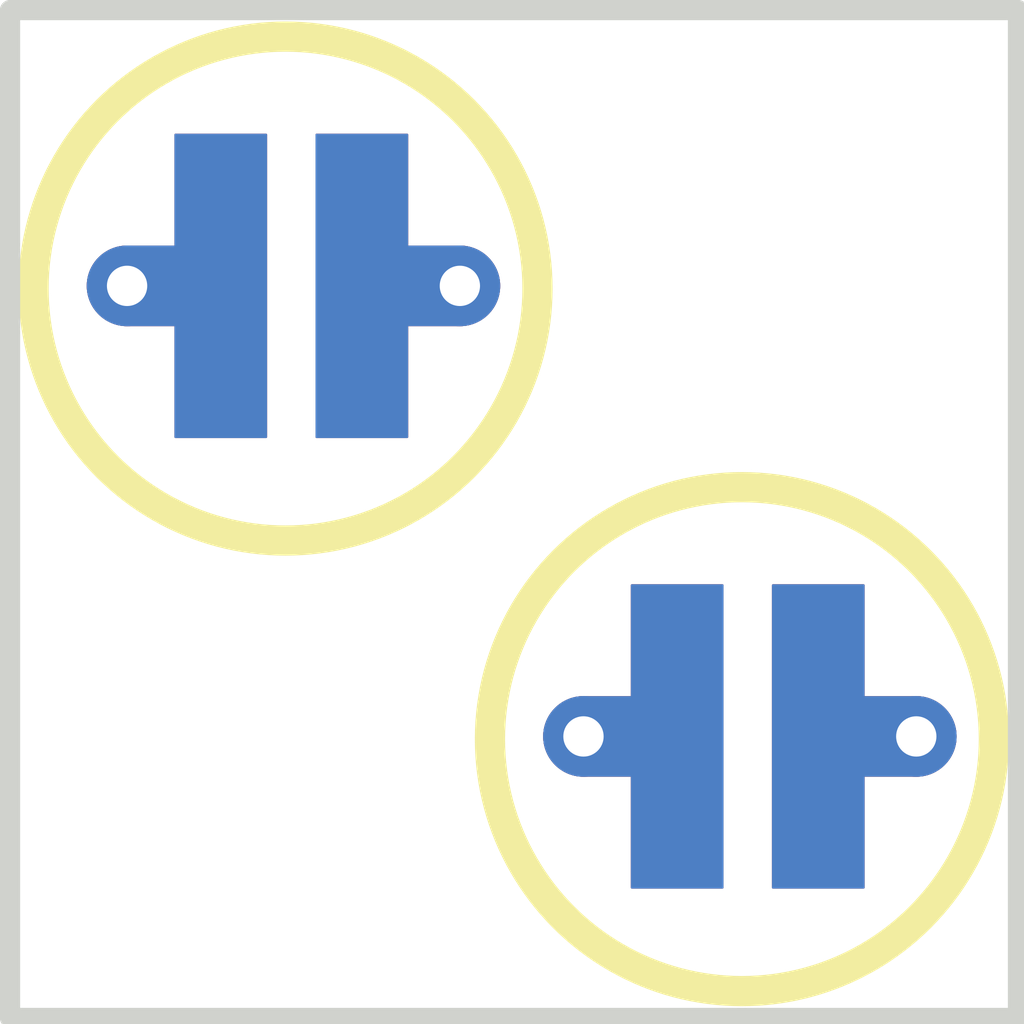
<source format=kicad_pcb>
(kicad_pcb (version 20211014) (generator pcbnew)

  (general
    (thickness 1)
  )

  (paper "A4")
  (layers
    (0 "F.Cu" signal)
    (31 "B.Cu" signal)
    (32 "B.Adhes" user "B.Adhesive")
    (33 "F.Adhes" user "F.Adhesive")
    (34 "B.Paste" user)
    (35 "F.Paste" user)
    (36 "B.SilkS" user "B.Silkscreen")
    (37 "F.SilkS" user "F.Silkscreen")
    (38 "B.Mask" user)
    (39 "F.Mask" user)
    (40 "Dwgs.User" user "User.Drawings")
    (41 "Cmts.User" user "User.Comments")
    (42 "Eco1.User" user "User.Eco1")
    (43 "Eco2.User" user "User.Eco2")
    (44 "Edge.Cuts" user)
    (45 "Margin" user)
    (46 "B.CrtYd" user "B.Courtyard")
    (47 "F.CrtYd" user "F.Courtyard")
    (48 "B.Fab" user)
    (49 "F.Fab" user)
    (50 "User.1" user)
    (51 "User.2" user)
    (52 "User.3" user)
    (53 "User.4" user)
    (54 "User.5" user)
    (55 "User.6" user)
    (56 "User.7" user)
    (57 "User.8" user)
    (58 "User.9" user)
  )

  (setup
    (stackup
      (layer "F.SilkS" (type "Top Silk Screen"))
      (layer "F.Paste" (type "Top Solder Paste"))
      (layer "F.Mask" (type "Top Solder Mask") (thickness 0.01))
      (layer "F.Cu" (type "copper") (thickness 0.035))
      (layer "dielectric 1" (type "core") (thickness 0.91) (material "FR4") (epsilon_r 4.5) (loss_tangent 0.02))
      (layer "B.Cu" (type "copper") (thickness 0.035))
      (layer "B.Mask" (type "Bottom Solder Mask") (thickness 0.01))
      (layer "B.Paste" (type "Bottom Solder Paste"))
      (layer "B.SilkS" (type "Bottom Silk Screen"))
      (copper_finish "None")
      (dielectric_constraints no)
    )
    (pad_to_mask_clearance 0)
    (pcbplotparams
      (layerselection 0x00010fc_ffffffff)
      (disableapertmacros false)
      (usegerberextensions false)
      (usegerberattributes true)
      (usegerberadvancedattributes true)
      (creategerberjobfile true)
      (svguseinch false)
      (svgprecision 6)
      (excludeedgelayer true)
      (plotframeref false)
      (viasonmask false)
      (mode 1)
      (useauxorigin false)
      (hpglpennumber 1)
      (hpglpenspeed 20)
      (hpglpendiameter 15.000000)
      (dxfpolygonmode true)
      (dxfimperialunits true)
      (dxfusepcbnewfont true)
      (psnegative false)
      (psa4output false)
      (plotreference true)
      (plotvalue true)
      (plotinvisibletext false)
      (sketchpadsonfab false)
      (subtractmaskfromsilk false)
      (outputformat 1)
      (mirror false)
      (drillshape 1)
      (scaleselection 1)
      (outputdirectory "")
    )
  )

  (net 0 "")

  (gr_line (start 112.8446 83.6034) (end 113.2764 83.6034) (layer "F.Cu") (width 0.4) (tstamp 06d328e3-4a34-4130-8712-8af0da2e844a))
  (gr_line (start 112.2314 81.3682) (end 111.7488 81.3682) (layer "F.Cu") (width 0.4) (tstamp 13cddfc4-84c9-45f9-a919-6c85f5f1b40d))
  (gr_rect (start 113.0844 82.8534) (end 113.5344 84.3534) (layer "F.Cu") (width 0.01) (fill solid) (tstamp 3ad02df4-66da-4b06-9a31-9c784b393e27))
  (gr_rect (start 113.7844 82.8534) (end 114.2344 84.3534) (layer "F.Cu") (width 0.01) (fill solid) (tstamp 7041920c-99a4-4d0d-938c-091dd09c7c68))
  (gr_rect (start 111.5202 80.6182) (end 111.9702 82.1182) (layer "F.Cu") (width 0.01) (fill solid) (tstamp 77a2b2d1-2483-4c81-b108-6030d548a09e))
  (gr_line (start 114.4956 83.6034) (end 114.013 83.6034) (layer "F.Cu") (width 0.4) (tstamp 7e0fd9de-2edc-400a-9a07-c4a980f879d0))
  (gr_line (start 110.5804 81.3682) (end 111.0122 81.3682) (layer "F.Cu") (width 0.4) (tstamp 86e6da59-9175-498a-b4cd-e3195bf92463))
  (gr_rect (start 110.8202 80.6182) (end 111.2702 82.1182) (layer "F.Cu") (width 0.01) (fill solid) (tstamp e0830067-5b66-4ce1-b2d1-aaa8af20baf7))
  (gr_rect (start 113.0844 82.8534) (end 113.5344 84.3534) (layer "B.Cu") (width 0.01) (fill solid) (tstamp 11c058d0-81de-4708-b04e-cae4b395b4f8))
  (gr_line (start 114.4956 83.6034) (end 114.013 83.6034) (layer "B.Cu") (width 0.4) (tstamp 295fff50-0fc8-4132-a1d3-d4b1c031ae59))
  (gr_line (start 112.2314 81.3682) (end 111.7488 81.3682) (layer "B.Cu") (width 0.4) (tstamp 827067f8-941d-41b2-a241-7467adb8ddca))
  (gr_line (start 114.013 83.6034) (end 114.0638 83.5526) (layer "B.Cu") (width 0.2) (tstamp a3ad2d6f-6e3a-4d23-9573-98875170d918))
  (gr_line (start 111.7488 81.3682) (end 111.7996 81.3174) (layer "B.Cu") (width 0.2) (tstamp b6a23e91-69f5-44fe-a673-f9196ceb2100))
  (gr_rect (start 113.7844 82.8534) (end 114.2344 84.3534) (layer "B.Cu") (width 0.01) (fill solid) (tstamp c5dbc2f4-347d-4e8b-9dc5-05ae6c8ee4e9))
  (gr_line (start 110.5804 81.3682) (end 111.0122 81.3682) (layer "B.Cu") (width 0.4) (tstamp ced7ff5d-8af6-4196-a922-4309a6254898))
  (gr_line (start 112.8446 83.6034) (end 113.2764 83.6034) (layer "B.Cu") (width 0.4) (tstamp db892c41-569d-42e1-a645-c40565889acf))
  (gr_rect (start 111.5202 80.6182) (end 111.9702 82.1182) (layer "B.Cu") (width 0.01) (fill solid) (tstamp e682de9f-cfe4-4eb4-bf46-5f9ba649d8da))
  (gr_rect (start 110.8202 80.6182) (end 111.2702 82.1182) (layer "B.Cu") (width 0.01) (fill solid) (tstamp f4d361d4-830c-4f52-84de-4efdea02d66c))
  (gr_circle (center 113.6306 83.6168) (end 114.8806 83.6168) (layer "F.SilkS") (width 0.15) (fill none) (tstamp cd9d993d-2a16-4669-93e7-6a83c8c0352b))
  (gr_circle (center 111.3664 81.3816) (end 112.6164 81.3816) (layer "F.SilkS") (width 0.15) (fill none) (tstamp ee6d8ae1-bbaa-45e2-9e12-8fd479184d18))
  (gr_rect (start 110.8202 80.6182) (end 111.2702 82.1182) (layer "B.Mask") (width 0.01) (fill solid) (tstamp 110e0661-9a24-4e5c-a8df-427c10f2d91e))
  (gr_rect (start 111.5202 80.6182) (end 111.9702 82.1182) (layer "B.Mask") (width 0.01) (fill solid) (tstamp 43fce39d-e397-4218-a870-6e68ca7850bb))
  (gr_rect (start 113.7844 82.8534) (end 114.2344 84.3534) (layer "B.Mask") (width 0.01) (fill solid) (tstamp a931fcdf-2d31-4fd3-93d1-ea11fe306667))
  (gr_rect (start 113.0844 82.8534) (end 113.5344 84.3534) (layer "B.Mask") (width 0.01) (fill solid) (tstamp b7a6aac4-54c9-44bf-8d2e-e476f9ac263a))
  (gr_rect (start 110.8202 80.6182) (end 111.2702 82.1182) (layer "F.Mask") (width 0.01) (fill solid) (tstamp 2a6753e8-f9e7-4c11-a472-dc9c7e1759c8))
  (gr_rect (start 113.0844 82.8534) (end 113.5344 84.3534) (layer "F.Mask") (width 0.01) (fill solid) (tstamp 40993f3c-da9b-45f4-b1f8-20ec2278d327))
  (gr_rect (start 113.7844 82.8534) (end 114.2344 84.3534) (layer "F.Mask") (width 0.01) (fill solid) (tstamp 792cda36-8703-46ff-a2a0-e7ca69a5c860))
  (gr_rect (start 111.5202 80.6182) (end 111.9702 82.1182) (layer "F.Mask") (width 0.01) (fill solid) (tstamp ccbccc68-d102-4809-a3c8-c848af50e594))
  (gr_line (start 110 85) (end 115 85) (layer "Edge.Cuts") (width 0.1) (tstamp 34d03349-6d78-4165-a683-2d8b76f2bae8))
  (gr_line (start 115 85) (end 115 80) (layer "Edge.Cuts") (width 0.1) (tstamp 477892a1-722e-4cda-bb6c-fcdb8ba5f93e))
  (gr_line (start 115 80) (end 110 80) (layer "Edge.Cuts") (width 0.1) (tstamp b4833916-7a3e-4498-86fb-ec6d13262ffe))
  (gr_line (start 110 80) (end 110 85) (layer "Edge.Cuts") (width 0.1) (tstamp b7867831-ef82-4f33-a926-59e5c1c09b91))

  (via (at 112.2314 81.3682) (size 0.4) (drill 0.2) (layers "F.Cu" "B.Cu") (free) (net 0) (tstamp 0a7f5257-05d0-4aab-af0f-632e0d5e1e73))
  (via (at 112.8446 83.6034) (size 0.4) (drill 0.2) (layers "F.Cu" "B.Cu") (free) (net 0) (tstamp 2fe464e5-5d4c-468e-82fe-825f301c8608))
  (via (at 114.4956 83.6034) (size 0.4) (drill 0.2) (layers "F.Cu" "B.Cu") (free) (net 0) (tstamp 73f198b4-71bd-4937-a5cf-2bc210b80a61))
  (via (at 110.5804 81.3682) (size 0.4) (drill 0.2) (layers "F.Cu" "B.Cu") (free) (net 0) (tstamp 9016872b-f4eb-46f2-af63-dddde3fdf79b))

  (group "" (id 63fd5f63-6564-457a-b14b-00b8861065eb)
    (members
      3ad02df4-66da-4b06-9a31-9c784b393e27
      40993f3c-da9b-45f4-b1f8-20ec2278d327
      7041920c-99a4-4d0d-938c-091dd09c7c68
      792cda36-8703-46ff-a2a0-e7ca69a5c860
    )
  )
  (group "" (id 792df31f-d7c8-4ab7-9004-848451dfcc4f)
    (members
      110e0661-9a24-4e5c-a8df-427c10f2d91e
      43fce39d-e397-4218-a870-6e68ca7850bb
      e682de9f-cfe4-4eb4-bf46-5f9ba649d8da
      f4d361d4-830c-4f52-84de-4efdea02d66c
    )
  )
  (group "" (id cc1c2765-1f2c-411d-b757-6486953fc0ab)
    (members
      11c058d0-81de-4708-b04e-cae4b395b4f8
      a931fcdf-2d31-4fd3-93d1-ea11fe306667
      b7a6aac4-54c9-44bf-8d2e-e476f9ac263a
      c5dbc2f4-347d-4e8b-9dc5-05ae6c8ee4e9
    )
  )
  (group "" (id da502ba4-a51e-4a20-8efb-4020dc3cfdab)
    (members
      2a6753e8-f9e7-4c11-a472-dc9c7e1759c8
      77a2b2d1-2483-4c81-b108-6030d548a09e
      ccbccc68-d102-4809-a3c8-c848af50e594
      e0830067-5b66-4ce1-b2d1-aaa8af20baf7
    )
  )
)

</source>
